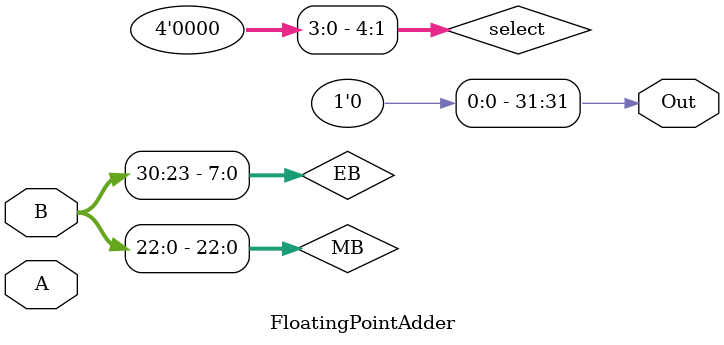
<source format=v>
module  FloatingPointAdder(  input [31:0] A,
input [31:0] B, output [31:0] Out
);
wire [22:0]MA; wire [22:0]MB; wire [7:0]EA; wire [7:0]EB;
// Procuring the value of Mantissa MA and MB assign MA[22:0]=A[22:0];
assign MB[22:0]=B[22:0];
// Procuring the value of Exponents EA and EB assign EA = A[30:23];
assign EB = B[30:23];
//C  alculation of the magnitude of the subtraction of the exponents // This will be used to decide the input given to right shifter
wire [7:0]Modulo;
wire Borrow;
Sub_Result subtract(EA,EB,Modulo,Borrow);
// The input with lower exponent value passed to the right shifter unit
// Multiplexer 1 required for the right shifter unit // Multiplexer 2 required for the 24 Bit adder wire [23:0]mux1out;
wire [23:0]mux2out;
Mux24 rightshiftertop(MB,MA,Borrow,mux1out);
Mux24 addertop(MA,MB,Borrow,mux2out);
wire [23:0]outshift;
// control input for the barrel_shifter procured from the output of subtraction operation(Max 5 bits required)
wire [4:0]shiftdiff;
assign shiftdiff = Modulo[4:0];
BarrelShifter rightshift(mux1out,outshift,shiftdiff);
// 24 Bit Adder
wire [23:0]adderout;
wire cout;
Adder_24Bit A1(mux2out,outshift,adderout,cout);
// The maximum of the both inputs' exponents is calculated and used as final exponent if cout = 0, otherwise incremented
wire [7:0]maxexp ;
Mux_8 expmax(EA,EB,Borrow,maxexp);
// Calculation of the exponent of the output after observing the carry operation of the 24 bit adder
wire [7:0]expfinal;
ControlledIncrementor finexp2(cout,maxexp,expfinal);
wire [23:0]finalM;
// Calculating the selection lines for final shifting operation 
wire [4:0]select;
assign select[4:1] = 4'b0000;
assign select[0] = cout;
BarrelShifter finalshifter(adderout,finalM,select); assign Out[31] = 0;//Positive Number Addition
Mux24 addertop2(MA,MB,Borrow,mux2out);
//wire [23:0]outshift1;
// control input for the barrel_shifter procured from the output of subtraction operation(Max 5 bits required)
//wire [4:0]shiftdiff;
assign shiftdiff = Modulo[4:0];
BarrelShifter rightshift1(mux1out,outshift,shiftdiff);
// 24 Bit Adder
wire [23:0]adderout2;
wire cout2;
Adder_24Bit A2(mux2out,outshift,adderout2,cout2);
// The maximum of the both inputs' exponents is calculated and used as final exponent if cout = 0, otherwise incremented
//wire [7:0]maxexp ;
Mux_8 expmax1(EA,EB,Borrow,maxexp);
// Calculation of the exponent of the output after observing the carry operation of the 24 bit adder
//wire [7:0]expfinal;
ControlledIncrementor finexp1(cout,maxexp,expfinal);
//wire [23:0]finalM;
// Calculating the selection lines for final shifting operation wire [4:0]select;
assign select[4:1] = 4'b0000;
assign select[0] = cout;
BarrelShifter finalshifter1(adderout,finalM,select); assign Out[31] = 0;//Positive Number Addition
endmodule 
</source>
